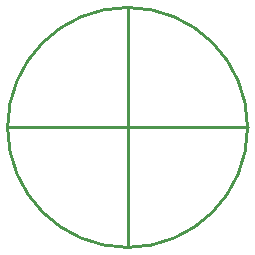
<source format=gbr>
From 4eb0e063bcd34c21b737023aa6ed5baed80658d1 Mon Sep 17 00:00:00 2001
From: jaseg <git@jaseg.de>
Date: Sun, 13 Jun 2021 15:00:17 +0200
Subject: Repo re-org, make gerberex tests run

---
 gerber/tests/resources/example_single_quadrant.gbr | 18 ------------------
 1 file changed, 18 deletions(-)
 delete mode 100644 gerber/tests/resources/example_single_quadrant.gbr

(limited to 'gerber/tests/resources/example_single_quadrant.gbr')

diff --git a/gerber/tests/resources/example_single_quadrant.gbr b/gerber/tests/resources/example_single_quadrant.gbr
deleted file mode 100644
index c398601..0000000
--- a/gerber/tests/resources/example_single_quadrant.gbr
+++ /dev/null
@@ -1,18 +0,0 @@
-G04 Ucamco ex. 4.5.8: Single quadrant*
-%FSLAX23Y23*%
-%MOIN*%
-%ADD10C,0.010*%
-G74*
-D10*
-X1100Y600D02*
-G03*
-X700Y1000I400J0D01*
-X300Y600I0J400D01*
-X700Y200I400J0D01*
-X1100Y600I0J400D01*
-X300D02*
-G01*
-X1100D01*
-X700Y200D02*
-Y1000D01*
-M02*
\ No newline at end of file
-- 
cgit 


</source>
